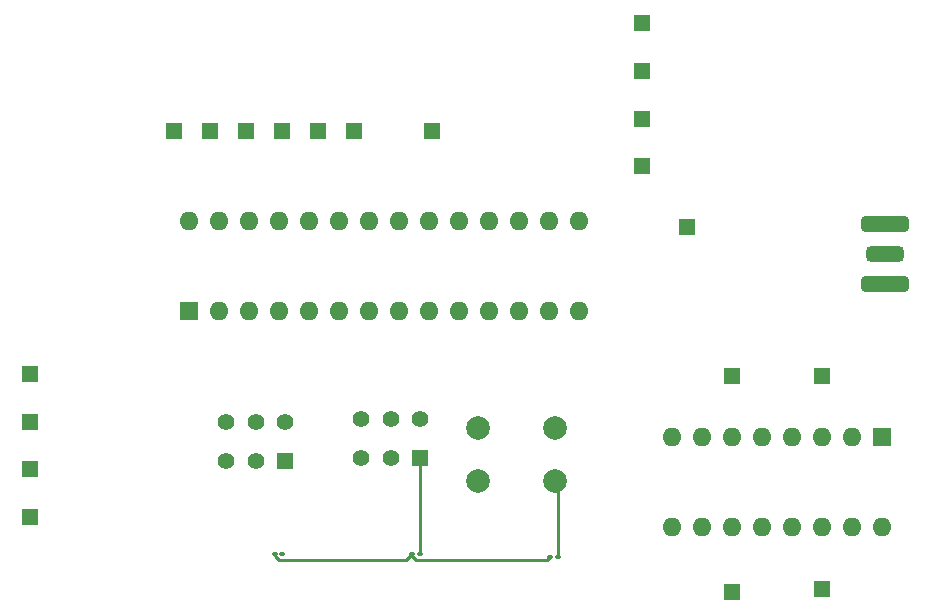
<source format=gbr>
%TF.GenerationSoftware,KiCad,Pcbnew,7.0.2*%
%TF.CreationDate,2023-06-25T23:38:38-03:00*%
%TF.ProjectId,Maze_Mapper,4d617a65-5f4d-4617-9070-65722e6b6963,rev?*%
%TF.SameCoordinates,Original*%
%TF.FileFunction,Copper,L1,Top*%
%TF.FilePolarity,Positive*%
%FSLAX46Y46*%
G04 Gerber Fmt 4.6, Leading zero omitted, Abs format (unit mm)*
G04 Created by KiCad (PCBNEW 7.0.2) date 2023-06-25 23:38:38*
%MOMM*%
%LPD*%
G01*
G04 APERTURE LIST*
G04 Aperture macros list*
%AMRoundRect*
0 Rectangle with rounded corners*
0 $1 Rounding radius*
0 $2 $3 $4 $5 $6 $7 $8 $9 X,Y pos of 4 corners*
0 Add a 4 corners polygon primitive as box body*
4,1,4,$2,$3,$4,$5,$6,$7,$8,$9,$2,$3,0*
0 Add four circle primitives for the rounded corners*
1,1,$1+$1,$2,$3*
1,1,$1+$1,$4,$5*
1,1,$1+$1,$6,$7*
1,1,$1+$1,$8,$9*
0 Add four rect primitives between the rounded corners*
20,1,$1+$1,$2,$3,$4,$5,0*
20,1,$1+$1,$4,$5,$6,$7,0*
20,1,$1+$1,$6,$7,$8,$9,0*
20,1,$1+$1,$8,$9,$2,$3,0*%
G04 Aperture macros list end*
%TA.AperFunction,ComponentPad*%
%ADD10R,1.350000X1.350000*%
%TD*%
%TA.AperFunction,ComponentPad*%
%ADD11C,2.000000*%
%TD*%
%TA.AperFunction,ComponentPad*%
%ADD12R,1.600000X1.600000*%
%TD*%
%TA.AperFunction,ComponentPad*%
%ADD13O,1.600000X1.600000*%
%TD*%
%TA.AperFunction,SMDPad,CuDef*%
%ADD14RoundRect,0.100000X-0.130000X-0.100000X0.130000X-0.100000X0.130000X0.100000X-0.130000X0.100000X0*%
%TD*%
%TA.AperFunction,ComponentPad*%
%ADD15R,1.400000X1.400000*%
%TD*%
%TA.AperFunction,ComponentPad*%
%ADD16C,1.400000*%
%TD*%
%TA.AperFunction,ComponentPad*%
%ADD17RoundRect,0.323750X-1.721250X-0.323750X1.721250X-0.323750X1.721250X0.323750X-1.721250X0.323750X0*%
%TD*%
%TA.AperFunction,ComponentPad*%
%ADD18RoundRect,0.323750X-1.263750X-0.323750X1.263750X-0.323750X1.263750X0.323750X-1.263750X0.323750X0*%
%TD*%
%TA.AperFunction,Conductor*%
%ADD19C,0.250000*%
%TD*%
G04 APERTURE END LIST*
D10*
%TO.P,J4,1,Pin_1*%
%TO.N,Net-(J4-Pin_1)*%
X144287000Y-76952000D03*
%TD*%
%TO.P,J2,1,Pin_1*%
%TO.N,Net-(J2-Pin_1)*%
X136667000Y-58918000D03*
%TD*%
%TO.P,J6,1,Pin_1*%
%TO.N,GND*%
X111252000Y-38100000D03*
%TD*%
D11*
%TO.P,SW3,1,1*%
%TO.N,GND*%
X115166000Y-63246000D03*
X121666000Y-63246000D03*
%TO.P,SW3,2,2*%
%TO.N,VCC*%
X115166000Y-67746000D03*
X121666000Y-67746000D03*
%TD*%
D10*
%TO.P,J14,1,Pin_1*%
%TO.N,PB3*%
X129032000Y-33034000D03*
%TD*%
%TO.P,J5,1,Pin_1*%
%TO.N,+10V*%
X132842000Y-46228000D03*
%TD*%
%TO.P,J3,1,Pin_1*%
%TO.N,Net-(J3-Pin_1)*%
X136667000Y-77206000D03*
%TD*%
D12*
%TO.P,U6,1,EN1\u002C2*%
%TO.N,GND*%
X149352000Y-64008000D03*
D13*
%TO.P,U6,2,1A*%
%TO.N,PB7*%
X146812000Y-64008000D03*
%TO.P,U6,3,1Y*%
%TO.N,Net-(J1-Pin_1)*%
X144272000Y-64008000D03*
%TO.P,U6,4,GND*%
%TO.N,GND*%
X141732000Y-64008000D03*
%TO.P,U6,5,GND*%
X139192000Y-64008000D03*
%TO.P,U6,6,2Y*%
%TO.N,Net-(J2-Pin_1)*%
X136652000Y-64008000D03*
%TO.P,U6,7,2A*%
%TO.N,PD5*%
X134112000Y-64008000D03*
%TO.P,U6,8,VCC2*%
%TO.N,GND*%
X131572000Y-64008000D03*
%TO.P,U6,9,EN3\u002C4*%
X131572000Y-71628000D03*
%TO.P,U6,10,3A*%
%TO.N,PD6*%
X134112000Y-71628000D03*
%TO.P,U6,11,3Y*%
%TO.N,Net-(J3-Pin_1)*%
X136652000Y-71628000D03*
%TO.P,U6,12,GND*%
%TO.N,GND*%
X139192000Y-71628000D03*
%TO.P,U6,13,GND*%
X141732000Y-71628000D03*
%TO.P,U6,14,4Y*%
%TO.N,Net-(J4-Pin_1)*%
X144272000Y-71628000D03*
%TO.P,U6,15,4A*%
%TO.N,PD7*%
X146812000Y-71628000D03*
%TO.P,U6,16,VCC1*%
%TO.N,GND*%
X149352000Y-71628000D03*
%TD*%
D10*
%TO.P,J17,1,Pin_1*%
%TO.N,PC6*%
X77216000Y-58688000D03*
%TD*%
D14*
%TO.P,R2,1*%
%TO.N,5V*%
X109571000Y-73914000D03*
%TO.P,R2,2*%
%TO.N,PB6*%
X110211000Y-73914000D03*
%TD*%
D10*
%TO.P,J7,1,Pin_1*%
%TO.N,PC5*%
X89408000Y-38100000D03*
%TD*%
D12*
%TO.P,U1,1,~{RESET}/PC6*%
%TO.N,PC6*%
X90678000Y-53340000D03*
D13*
%TO.P,U1,2,PD0*%
%TO.N,PD0*%
X93218000Y-53340000D03*
%TO.P,U1,3,PD1*%
%TO.N,PD1*%
X95758000Y-53340000D03*
%TO.P,U1,4,PD2*%
%TO.N,PD2*%
X98298000Y-53340000D03*
%TO.P,U1,5,PD3*%
%TO.N,PD3*%
X100838000Y-53340000D03*
%TO.P,U1,6,PD4*%
%TO.N,GND*%
X103378000Y-53340000D03*
%TO.P,U1,7,VCC*%
%TO.N,VCC*%
X105918000Y-53340000D03*
%TO.P,U1,8,GND*%
%TO.N,GND*%
X108458000Y-53340000D03*
%TO.P,U1,9,XTAL1/PB6*%
%TO.N,PB6*%
X110998000Y-53340000D03*
%TO.P,U1,10,XTAL2/PB7*%
%TO.N,PB7*%
X113538000Y-53340000D03*
%TO.P,U1,11,PD5*%
%TO.N,PD5*%
X116078000Y-53340000D03*
%TO.P,U1,12,PD6*%
%TO.N,PD6*%
X118618000Y-53340000D03*
%TO.P,U1,13,PD7*%
%TO.N,PD7*%
X121158000Y-53340000D03*
%TO.P,U1,14,PB0*%
%TO.N,GND*%
X123698000Y-53340000D03*
%TO.P,U1,15,PB1*%
%TO.N,PB1*%
X123698000Y-45720000D03*
%TO.P,U1,16,PB2*%
%TO.N,PB2*%
X121158000Y-45720000D03*
%TO.P,U1,17,PB3*%
%TO.N,PB3*%
X118618000Y-45720000D03*
%TO.P,U1,18,PB4*%
%TO.N,PB4*%
X116078000Y-45720000D03*
%TO.P,U1,19,PB5*%
%TO.N,GND*%
X113538000Y-45720000D03*
%TO.P,U1,20,AVCC*%
X110998000Y-45720000D03*
%TO.P,U1,21,AREF*%
X108458000Y-45720000D03*
%TO.P,U1,22,GND*%
X105918000Y-45720000D03*
%TO.P,U1,23,PC0*%
%TO.N,PC0*%
X103378000Y-45720000D03*
%TO.P,U1,24,PC1*%
%TO.N,PC1*%
X100838000Y-45720000D03*
%TO.P,U1,25,PC2*%
%TO.N,PC2*%
X98298000Y-45720000D03*
%TO.P,U1,26,PC3*%
%TO.N,PC3*%
X95758000Y-45720000D03*
%TO.P,U1,27,PC4*%
%TO.N,PC4*%
X93218000Y-45720000D03*
%TO.P,U1,28,PC5*%
%TO.N,PC5*%
X90678000Y-45720000D03*
%TD*%
D15*
%TO.P,SW2,1,A*%
%TO.N,PB6*%
X110236000Y-65786000D03*
D16*
%TO.P,SW2,2,B*%
%TO.N,GND*%
X107736000Y-65786000D03*
%TO.P,SW2,3,C*%
X105236000Y-65786000D03*
%TO.P,SW2,4*%
%TO.N,N/C*%
X110236000Y-62486000D03*
%TO.P,SW2,5*%
X107736000Y-62486000D03*
%TO.P,SW2,6*%
X105236000Y-62486000D03*
%TD*%
D10*
%TO.P,J16,1,Pin_1*%
%TO.N,PB1*%
X129032000Y-41134000D03*
%TD*%
D14*
%TO.P,R1,1*%
%TO.N,5V*%
X97912000Y-73914000D03*
%TO.P,R1,2*%
%TO.N,PD3*%
X98552000Y-73914000D03*
%TD*%
D10*
%TO.P,J20,1,Pin_1*%
%TO.N,PD2*%
X77216000Y-70838000D03*
%TD*%
%TO.P,J12,1,Pin_1*%
%TO.N,PC0*%
X104648000Y-38100000D03*
%TD*%
%TO.P,J18,1,Pin_1*%
%TO.N,PD0*%
X77216000Y-62738000D03*
%TD*%
%TO.P,J8,1,Pin_1*%
%TO.N,PC2*%
X98552000Y-38100000D03*
%TD*%
D15*
%TO.P,SW1,1,A*%
%TO.N,PD3*%
X98806000Y-66040000D03*
D16*
%TO.P,SW1,2,B*%
%TO.N,GND*%
X96306000Y-66040000D03*
%TO.P,SW1,3,C*%
X93806000Y-66040000D03*
%TO.P,SW1,4*%
%TO.N,N/C*%
X98806000Y-62740000D03*
%TO.P,SW1,5*%
X96306000Y-62740000D03*
%TO.P,SW1,6*%
X93806000Y-62740000D03*
%TD*%
D10*
%TO.P,J1,1,Pin_1*%
%TO.N,Net-(J1-Pin_1)*%
X144287000Y-58918000D03*
%TD*%
%TO.P,J13,1,Pin_1*%
%TO.N,PB4*%
X129032000Y-28984000D03*
%TD*%
D17*
%TO.P,U4,1,In*%
%TO.N,+10V*%
X149606000Y-45974000D03*
D18*
%TO.P,U4,2,GND*%
%TO.N,GND*%
X149606000Y-48514000D03*
D17*
%TO.P,U4,3,5V*%
%TO.N,5v*%
X149606000Y-51054000D03*
%TD*%
D10*
%TO.P,J11,1,Pin_1*%
%TO.N,PC3*%
X95504000Y-38100000D03*
%TD*%
%TO.P,J10,1,Pin_1*%
%TO.N,PC1*%
X101600000Y-38100000D03*
%TD*%
%TO.P,J15,1,Pin_1*%
%TO.N,PB2*%
X129032000Y-37084000D03*
%TD*%
D14*
%TO.P,R3,1*%
%TO.N,5V*%
X121255000Y-74168000D03*
%TO.P,R3,2*%
%TO.N,VCC*%
X121895000Y-74168000D03*
%TD*%
D10*
%TO.P,J9,1,Pin_1*%
%TO.N,PC4*%
X92456000Y-38100000D03*
%TD*%
%TO.P,J19,1,Pin_1*%
%TO.N,PD1*%
X77216000Y-66788000D03*
%TD*%
D19*
%TO.N,5V*%
X109046000Y-74439000D02*
X109571000Y-73914000D01*
X97912000Y-74105041D02*
X98245959Y-74439000D01*
X121255000Y-74168000D02*
X120984000Y-74439000D01*
X109904959Y-74439000D02*
X109571000Y-74105041D01*
X97912000Y-73914000D02*
X97912000Y-74105041D01*
X98245959Y-74439000D02*
X109046000Y-74439000D01*
X120984000Y-74439000D02*
X109904959Y-74439000D01*
X109571000Y-74105041D02*
X109571000Y-73914000D01*
%TO.N,PB6*%
X110211000Y-73914000D02*
X110236000Y-73889000D01*
X110236000Y-73889000D02*
X110236000Y-65786000D01*
%TO.N,VCC*%
X121895000Y-67975000D02*
X121666000Y-67746000D01*
X121895000Y-74168000D02*
X121895000Y-67975000D01*
%TD*%
M02*

</source>
